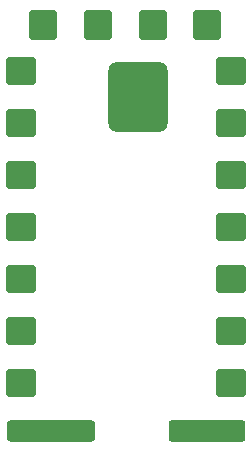
<source format=gbr>
%TF.GenerationSoftware,KiCad,Pcbnew,9.0.0*%
%TF.CreationDate,2025-06-23T21:15:42-05:00*%
%TF.ProjectId,ptSolar,7074536f-6c61-4722-9e6b-696361645f70,rev?*%
%TF.SameCoordinates,Original*%
%TF.FileFunction,Paste,Bot*%
%TF.FilePolarity,Positive*%
%FSLAX46Y46*%
G04 Gerber Fmt 4.6, Leading zero omitted, Abs format (unit mm)*
G04 Created by KiCad (PCBNEW 9.0.0) date 2025-06-23 21:15:42*
%MOMM*%
%LPD*%
G01*
G04 APERTURE LIST*
G04 Aperture macros list*
%AMRoundRect*
0 Rectangle with rounded corners*
0 $1 Rounding radius*
0 $2 $3 $4 $5 $6 $7 $8 $9 X,Y pos of 4 corners*
0 Add a 4 corners polygon primitive as box body*
4,1,4,$2,$3,$4,$5,$6,$7,$8,$9,$2,$3,0*
0 Add four circle primitives for the rounded corners*
1,1,$1+$1,$2,$3*
1,1,$1+$1,$4,$5*
1,1,$1+$1,$6,$7*
1,1,$1+$1,$8,$9*
0 Add four rect primitives between the rounded corners*
20,1,$1+$1,$2,$3,$4,$5,0*
20,1,$1+$1,$4,$5,$6,$7,0*
20,1,$1+$1,$6,$7,$8,$9,0*
20,1,$1+$1,$8,$9,$2,$3,0*%
G04 Aperture macros list end*
%ADD10RoundRect,0.115000X-1.135000X-1.035000X1.135000X-1.035000X1.135000X1.035000X-1.135000X1.035000X0*%
%ADD11RoundRect,0.115000X-1.035000X-1.135000X1.035000X-1.135000X1.035000X1.135000X-1.035000X1.135000X0*%
%ADD12RoundRect,0.270000X-3.480000X-0.630000X3.480000X-0.630000X3.480000X0.630000X-3.480000X0.630000X0*%
%ADD13RoundRect,0.270000X-2.980000X-0.630000X2.980000X-0.630000X2.980000X0.630000X-2.980000X0.630000X0*%
%ADD14RoundRect,0.750000X-1.750000X-2.250000X1.750000X-2.250000X1.750000X2.250000X-1.750000X2.250000X0*%
G04 APERTURE END LIST*
D10*
%TO.C,U3*%
X162065000Y-125860000D03*
X162065000Y-121460000D03*
X162065000Y-117060000D03*
X162065000Y-112660000D03*
X162065000Y-108260000D03*
X162065000Y-103860000D03*
X162065000Y-99460000D03*
D11*
X160065000Y-95560000D03*
X155431666Y-95560000D03*
X150798333Y-95560000D03*
X146165000Y-95560000D03*
D10*
X144265000Y-99460000D03*
X144265000Y-103860000D03*
X144265000Y-108260000D03*
X144265000Y-112660000D03*
X144265000Y-117060000D03*
X144265000Y-121460000D03*
X144265000Y-125860000D03*
D12*
X146815000Y-129910000D03*
D13*
X160065000Y-129910000D03*
D14*
X154165000Y-101660000D03*
%TD*%
M02*

</source>
